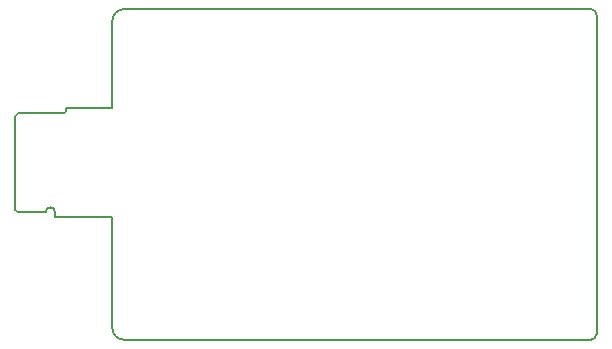
<source format=gm1>
G04 #@! TF.FileFunction,Profile,NP*
%FSLAX46Y46*%
G04 Gerber Fmt 4.6, Leading zero omitted, Abs format (unit mm)*
G04 Created by KiCad (PCBNEW (2016-06-03 BZR 6882, Git b4ad18a)-product) date Fri Jun  3 12:29:47 2016*
%MOMM*%
%LPD*%
G01*
G04 APERTURE LIST*
%ADD10C,0.100000*%
%ADD11C,0.150000*%
G04 APERTURE END LIST*
D10*
D11*
X70500000Y-32000000D02*
G75*
G03X71000000Y-31500000I0J500000D01*
G01*
X71000000Y-4500000D02*
G75*
G03X70500000Y-4000000I-500000J0D01*
G01*
X31000000Y-4000000D02*
G75*
G03X30000000Y-5000000I0J-1000000D01*
G01*
X30000000Y-31000000D02*
G75*
G03X31000000Y-32000000I1000000J0D01*
G01*
X30000000Y-12400000D02*
X30000000Y-12000000D01*
X26100000Y-12400000D02*
X30000000Y-12400000D01*
X26100000Y-12625000D02*
X26100000Y-12400000D01*
X25900000Y-12825000D02*
G75*
G03X26100000Y-12625000I0J200000D01*
G01*
X22000000Y-12825000D02*
X25900000Y-12825000D01*
X22000000Y-12825000D02*
G75*
G03X21800000Y-13025000I0J-200000D01*
G01*
X21800000Y-20975000D02*
G75*
G03X22000000Y-21175000I200000J0D01*
G01*
X21800000Y-20975000D02*
X21800000Y-13025000D01*
X24350000Y-21175000D02*
X22000000Y-21175000D01*
X25150000Y-21175000D02*
G75*
G03X24350000Y-21175000I-400000J0D01*
G01*
X25150000Y-21600000D02*
X25150000Y-21175000D01*
X30000000Y-21600000D02*
X25150000Y-21600000D01*
X30000000Y-22000000D02*
X30000000Y-21600000D01*
X31000000Y-32000000D02*
X70500000Y-32000000D01*
X30000000Y-22000000D02*
X30000000Y-31000000D01*
X30000000Y-5000000D02*
X30000000Y-12000000D01*
X70500000Y-4000000D02*
X31000000Y-4000000D01*
X71000000Y-31500000D02*
X71000000Y-4500000D01*
M02*

</source>
